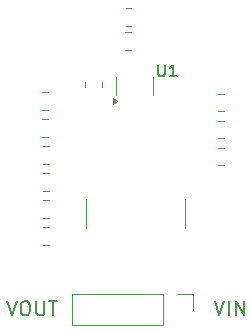
<source format=gbr>
%TF.GenerationSoftware,KiCad,Pcbnew,8.0.1-8.0.1-1~ubuntu22.04.1*%
%TF.CreationDate,2024-04-28T16:40:34+01:00*%
%TF.ProjectId,tps54202_inverting_breakout,74707335-3432-4303-925f-696e76657274,A*%
%TF.SameCoordinates,Original*%
%TF.FileFunction,Legend,Top*%
%TF.FilePolarity,Positive*%
%FSLAX46Y46*%
G04 Gerber Fmt 4.6, Leading zero omitted, Abs format (unit mm)*
G04 Created by KiCad (PCBNEW 8.0.1-8.0.1-1~ubuntu22.04.1) date 2024-04-28 16:40:34*
%MOMM*%
%LPD*%
G01*
G04 APERTURE LIST*
%ADD10C,0.200000*%
%ADD11C,0.150000*%
%ADD12C,0.120000*%
G04 APERTURE END LIST*
D10*
X203663714Y-105322742D02*
X204063714Y-106522742D01*
X204063714Y-106522742D02*
X204463714Y-105322742D01*
X204863714Y-106522742D02*
X204863714Y-105322742D01*
X205435143Y-106522742D02*
X205435143Y-105322742D01*
X205435143Y-105322742D02*
X206120857Y-106522742D01*
X206120857Y-106522742D02*
X206120857Y-105322742D01*
X186099714Y-105322742D02*
X186499714Y-106522742D01*
X186499714Y-106522742D02*
X186899714Y-105322742D01*
X187528285Y-105322742D02*
X187756857Y-105322742D01*
X187756857Y-105322742D02*
X187871142Y-105379885D01*
X187871142Y-105379885D02*
X187985428Y-105494171D01*
X187985428Y-105494171D02*
X188042571Y-105722742D01*
X188042571Y-105722742D02*
X188042571Y-106122742D01*
X188042571Y-106122742D02*
X187985428Y-106351314D01*
X187985428Y-106351314D02*
X187871142Y-106465600D01*
X187871142Y-106465600D02*
X187756857Y-106522742D01*
X187756857Y-106522742D02*
X187528285Y-106522742D01*
X187528285Y-106522742D02*
X187414000Y-106465600D01*
X187414000Y-106465600D02*
X187299714Y-106351314D01*
X187299714Y-106351314D02*
X187242571Y-106122742D01*
X187242571Y-106122742D02*
X187242571Y-105722742D01*
X187242571Y-105722742D02*
X187299714Y-105494171D01*
X187299714Y-105494171D02*
X187414000Y-105379885D01*
X187414000Y-105379885D02*
X187528285Y-105322742D01*
X188556857Y-105322742D02*
X188556857Y-106294171D01*
X188556857Y-106294171D02*
X188614000Y-106408457D01*
X188614000Y-106408457D02*
X188671143Y-106465600D01*
X188671143Y-106465600D02*
X188785428Y-106522742D01*
X188785428Y-106522742D02*
X189014000Y-106522742D01*
X189014000Y-106522742D02*
X189128285Y-106465600D01*
X189128285Y-106465600D02*
X189185428Y-106408457D01*
X189185428Y-106408457D02*
X189242571Y-106294171D01*
X189242571Y-106294171D02*
X189242571Y-105322742D01*
X189642571Y-105322742D02*
X190328286Y-105322742D01*
X189985428Y-106522742D02*
X189985428Y-105322742D01*
D11*
X198882095Y-85306819D02*
X198882095Y-86116342D01*
X198882095Y-86116342D02*
X198929714Y-86211580D01*
X198929714Y-86211580D02*
X198977333Y-86259200D01*
X198977333Y-86259200D02*
X199072571Y-86306819D01*
X199072571Y-86306819D02*
X199263047Y-86306819D01*
X199263047Y-86306819D02*
X199358285Y-86259200D01*
X199358285Y-86259200D02*
X199405904Y-86211580D01*
X199405904Y-86211580D02*
X199453523Y-86116342D01*
X199453523Y-86116342D02*
X199453523Y-85306819D01*
X200453523Y-86306819D02*
X199882095Y-86306819D01*
X200167809Y-86306819D02*
X200167809Y-85306819D01*
X200167809Y-85306819D02*
X200072571Y-85449676D01*
X200072571Y-85449676D02*
X199977333Y-85544914D01*
X199977333Y-85544914D02*
X199882095Y-85592533D01*
D12*
%TO.C,C6*%
X203954748Y-92356000D02*
X204477252Y-92356000D01*
X203954748Y-93826000D02*
X204477252Y-93826000D01*
%TO.C,C3*%
X189095748Y-92229000D02*
X189618252Y-92229000D01*
X189095748Y-93699000D02*
X189618252Y-93699000D01*
%TO.C,C10*%
X189095748Y-94515000D02*
X189618252Y-94515000D01*
X189095748Y-95985000D02*
X189618252Y-95985000D01*
%TO.C,C5*%
X203954748Y-90070000D02*
X204477252Y-90070000D01*
X203954748Y-91540000D02*
X204477252Y-91540000D01*
%TO.C,J1*%
X191573000Y-104715000D02*
X191573000Y-107375000D01*
X199253000Y-104715000D02*
X191573000Y-104715000D01*
X199253000Y-104715000D02*
X199253000Y-107375000D01*
X199253000Y-107375000D02*
X191573000Y-107375000D01*
X200523000Y-104715000D02*
X201853000Y-104715000D01*
X201853000Y-104715000D02*
X201853000Y-106045000D01*
%TO.C,U1*%
X195351000Y-87110500D02*
X195351000Y-86310500D01*
X195351000Y-87110500D02*
X195351000Y-87910500D01*
X198471000Y-87110500D02*
X198471000Y-86310500D01*
X198471000Y-87110500D02*
X198471000Y-87910500D01*
X195401000Y-88410500D02*
X195071000Y-88650500D01*
X195071000Y-88170500D01*
X195401000Y-88410500D01*
G36*
X195401000Y-88410500D02*
G01*
X195071000Y-88650500D01*
X195071000Y-88170500D01*
X195401000Y-88410500D01*
G37*
%TO.C,R2*%
X196569064Y-84039000D02*
X196114936Y-84039000D01*
X196569064Y-82569000D02*
X196114936Y-82569000D01*
%TO.C,C4*%
X203954748Y-87784000D02*
X204477252Y-87784000D01*
X203954748Y-89254000D02*
X204477252Y-89254000D01*
%TO.C,R3*%
X192686000Y-87222064D02*
X192686000Y-86767936D01*
X194156000Y-87222064D02*
X194156000Y-86767936D01*
%TO.C,C1*%
X189074248Y-87657000D02*
X189596752Y-87657000D01*
X189074248Y-89127000D02*
X189596752Y-89127000D01*
%TO.C,C12*%
X189095748Y-99087000D02*
X189618252Y-99087000D01*
X189095748Y-100557000D02*
X189618252Y-100557000D01*
%TO.C,L1*%
X192777000Y-96661000D02*
X192777000Y-99161000D01*
X201177000Y-99161000D02*
X201177000Y-96661000D01*
%TO.C,C11*%
X189095748Y-96801000D02*
X189618252Y-96801000D01*
X189095748Y-98271000D02*
X189618252Y-98271000D01*
%TO.C,R1*%
X196130936Y-80537000D02*
X196585064Y-80537000D01*
X196130936Y-82007000D02*
X196585064Y-82007000D01*
%TO.C,C2*%
X189074248Y-89943000D02*
X189596752Y-89943000D01*
X189074248Y-91413000D02*
X189596752Y-91413000D01*
%TD*%
M02*

</source>
